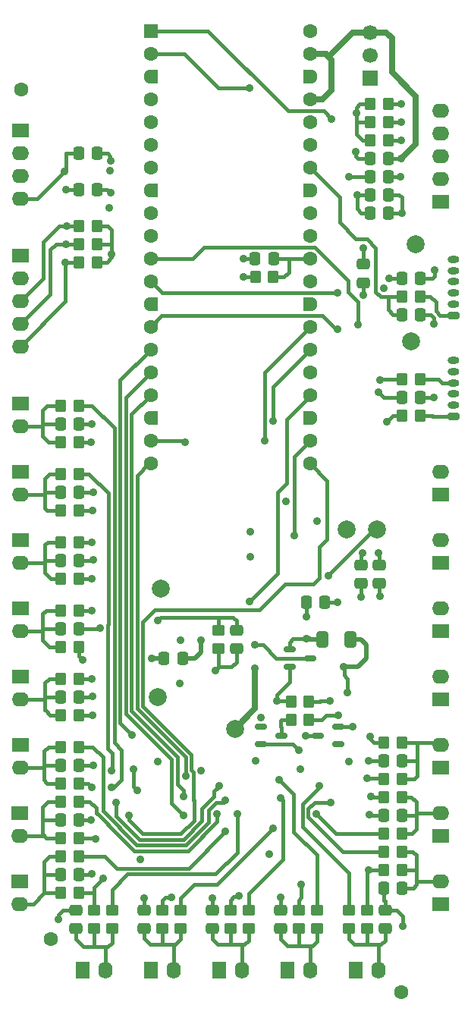
<source format=gbl>
%TF.GenerationSoftware,KiCad,Pcbnew,9.0.6-9.0.6~ubuntu24.04.1*%
%TF.CreationDate,2025-12-29T18:44:34-08:00*%
%TF.ProjectId,Pico-ButtonBoard-v1,5069636f-2d42-4757-9474-6f6e426f6172,1*%
%TF.SameCoordinates,Original*%
%TF.FileFunction,Copper,L4,Bot*%
%TF.FilePolarity,Positive*%
%FSLAX46Y46*%
G04 Gerber Fmt 4.6, Leading zero omitted, Abs format (unit mm)*
G04 Created by KiCad (PCBNEW 9.0.6-9.0.6~ubuntu24.04.1) date 2025-12-29 18:44:34*
%MOMM*%
%LPD*%
G01*
G04 APERTURE LIST*
G04 Aperture macros list*
%AMRoundRect*
0 Rectangle with rounded corners*
0 $1 Rounding radius*
0 $2 $3 $4 $5 $6 $7 $8 $9 X,Y pos of 4 corners*
0 Add a 4 corners polygon primitive as box body*
4,1,4,$2,$3,$4,$5,$6,$7,$8,$9,$2,$3,0*
0 Add four circle primitives for the rounded corners*
1,1,$1+$1,$2,$3*
1,1,$1+$1,$4,$5*
1,1,$1+$1,$6,$7*
1,1,$1+$1,$8,$9*
0 Add four rect primitives between the rounded corners*
20,1,$1+$1,$2,$3,$4,$5,0*
20,1,$1+$1,$4,$5,$6,$7,0*
20,1,$1+$1,$6,$7,$8,$9,0*
20,1,$1+$1,$8,$9,$2,$3,0*%
%AMFreePoly0*
4,1,37,0.603843,0.796157,0.639018,0.796157,0.711114,0.766294,0.766294,0.711114,0.796157,0.639018,0.796157,0.603843,0.800000,0.600000,0.800000,-0.600000,0.796157,-0.603843,0.796157,-0.639018,0.766294,-0.711114,0.711114,-0.766294,0.639018,-0.796157,0.603843,-0.796157,0.600000,-0.800000,0.000000,-0.800000,0.000000,-0.796148,-0.078414,-0.796148,-0.232228,-0.765552,-0.377117,-0.705537,
-0.507515,-0.618408,-0.618408,-0.507515,-0.705537,-0.377117,-0.765552,-0.232228,-0.796148,-0.078414,-0.796148,0.078414,-0.765552,0.232228,-0.705537,0.377117,-0.618408,0.507515,-0.507515,0.618408,-0.377117,0.705537,-0.232228,0.765552,-0.078414,0.796148,0.000000,0.796148,0.000000,0.800000,0.600000,0.800000,0.603843,0.796157,0.603843,0.796157,$1*%
%AMFreePoly1*
4,1,37,0.000000,0.796148,0.078414,0.796148,0.232228,0.765552,0.377117,0.705537,0.507515,0.618408,0.618408,0.507515,0.705537,0.377117,0.765552,0.232228,0.796148,0.078414,0.796148,-0.078414,0.765552,-0.232228,0.705537,-0.377117,0.618408,-0.507515,0.507515,-0.618408,0.377117,-0.705537,0.232228,-0.765552,0.078414,-0.796148,0.000000,-0.796148,0.000000,-0.800000,-0.600000,-0.800000,
-0.603843,-0.796157,-0.639018,-0.796157,-0.711114,-0.766294,-0.766294,-0.711114,-0.796157,-0.639018,-0.796157,-0.603843,-0.800000,-0.600000,-0.800000,0.600000,-0.796157,0.603843,-0.796157,0.639018,-0.766294,0.711114,-0.711114,0.766294,-0.639018,0.796157,-0.603843,0.796157,-0.600000,0.800000,0.000000,0.800000,0.000000,0.796148,0.000000,0.796148,$1*%
G04 Aperture macros list end*
%TA.AperFunction,ComponentPad*%
%ADD10R,1.600200X1.905000*%
%TD*%
%TA.AperFunction,ComponentPad*%
%ADD11O,1.600200X1.905000*%
%TD*%
%TA.AperFunction,ComponentPad*%
%ADD12R,1.905000X1.600200*%
%TD*%
%TA.AperFunction,ComponentPad*%
%ADD13O,1.905000X1.600200*%
%TD*%
%TA.AperFunction,ComponentPad*%
%ADD14C,2.000000*%
%TD*%
%TA.AperFunction,ComponentPad*%
%ADD15RoundRect,0.200000X-0.600000X-0.600000X0.600000X-0.600000X0.600000X0.600000X-0.600000X0.600000X0*%
%TD*%
%TA.AperFunction,ComponentPad*%
%ADD16C,1.600000*%
%TD*%
%TA.AperFunction,ComponentPad*%
%ADD17FreePoly0,0.000000*%
%TD*%
%TA.AperFunction,ComponentPad*%
%ADD18FreePoly1,0.000000*%
%TD*%
%TA.AperFunction,ComponentPad*%
%ADD19R,1.700000X1.700000*%
%TD*%
%TA.AperFunction,ComponentPad*%
%ADD20C,1.700000*%
%TD*%
%TA.AperFunction,ComponentPad*%
%ADD21RoundRect,0.200000X0.450000X-0.200000X0.450000X0.200000X-0.450000X0.200000X-0.450000X-0.200000X0*%
%TD*%
%TA.AperFunction,ComponentPad*%
%ADD22O,1.300000X0.800000*%
%TD*%
%TA.AperFunction,SMDPad,CuDef*%
%ADD23RoundRect,0.250000X-0.350000X-0.450000X0.350000X-0.450000X0.350000X0.450000X-0.350000X0.450000X0*%
%TD*%
%TA.AperFunction,SMDPad,CuDef*%
%ADD24RoundRect,0.250000X-0.337500X-0.475000X0.337500X-0.475000X0.337500X0.475000X-0.337500X0.475000X0*%
%TD*%
%TA.AperFunction,SMDPad,CuDef*%
%ADD25RoundRect,0.250000X0.475000X-0.337500X0.475000X0.337500X-0.475000X0.337500X-0.475000X-0.337500X0*%
%TD*%
%TA.AperFunction,SMDPad,CuDef*%
%ADD26RoundRect,0.150000X-0.512500X-0.150000X0.512500X-0.150000X0.512500X0.150000X-0.512500X0.150000X0*%
%TD*%
%TA.AperFunction,SMDPad,CuDef*%
%ADD27RoundRect,0.250000X0.350000X0.450000X-0.350000X0.450000X-0.350000X-0.450000X0.350000X-0.450000X0*%
%TD*%
%TA.AperFunction,SMDPad,CuDef*%
%ADD28RoundRect,0.250000X0.337500X0.475000X-0.337500X0.475000X-0.337500X-0.475000X0.337500X-0.475000X0*%
%TD*%
%TA.AperFunction,SMDPad,CuDef*%
%ADD29RoundRect,0.250000X-0.450000X0.350000X-0.450000X-0.350000X0.450000X-0.350000X0.450000X0.350000X0*%
%TD*%
%TA.AperFunction,SMDPad,CuDef*%
%ADD30RoundRect,0.150000X0.512500X0.150000X-0.512500X0.150000X-0.512500X-0.150000X0.512500X-0.150000X0*%
%TD*%
%TA.AperFunction,SMDPad,CuDef*%
%ADD31RoundRect,0.250000X-0.475000X0.337500X-0.475000X-0.337500X0.475000X-0.337500X0.475000X0.337500X0*%
%TD*%
%TA.AperFunction,SMDPad,CuDef*%
%ADD32RoundRect,0.250000X0.450000X-0.350000X0.450000X0.350000X-0.450000X0.350000X-0.450000X-0.350000X0*%
%TD*%
%TA.AperFunction,SMDPad,CuDef*%
%ADD33C,1.600000*%
%TD*%
%TA.AperFunction,SMDPad,CuDef*%
%ADD34RoundRect,0.250000X0.412500X0.650000X-0.412500X0.650000X-0.412500X-0.650000X0.412500X-0.650000X0*%
%TD*%
%TA.AperFunction,ViaPad*%
%ADD35C,0.889000*%
%TD*%
%TA.AperFunction,Conductor*%
%ADD36C,0.381000*%
%TD*%
%TA.AperFunction,Conductor*%
%ADD37C,0.508000*%
%TD*%
%TA.AperFunction,Conductor*%
%ADD38C,0.635000*%
%TD*%
G04 APERTURE END LIST*
D10*
%TO.P,J14,1,Pin_1*%
%TO.N,GND*%
X210185000Y-176530000D03*
D11*
%TO.P,J14,2,Pin_2*%
%TO.N,Net-(D14-K)*%
X212725000Y-176530000D03*
%TD*%
D12*
%TO.P,J20,1,Pin_1*%
%TO.N,GND*%
X227330000Y-138667820D03*
D13*
%TO.P,J20,2,Pin_2*%
%TO.N,/Power Supply/+V_BAT*%
X227330000Y-136127820D03*
%TD*%
D14*
%TO.P,TP1,1,1*%
%TO.N,/Power Supply/V_PS*%
X195707000Y-146050000D03*
%TD*%
%TO.P,TP4,1,1*%
%TO.N,/CANTX*%
X216789000Y-127381000D03*
%TD*%
D12*
%TO.P,J6,1,Pin_1*%
%TO.N,GND*%
X180411590Y-136138311D03*
D13*
%TO.P,J6,2,Pin_2*%
%TO.N,Net-(D4-K)*%
X180411590Y-138678311D03*
%TD*%
D15*
%TO.P,A1,1,GPIO0*%
%TO.N,/ENC0_A*%
X194945000Y-71755000D03*
D16*
%TO.P,A1,2,GPIO1*%
%TO.N,/ENC0_B*%
X194945000Y-74295000D03*
D17*
%TO.P,A1,3,GND*%
%TO.N,GND*%
X194945000Y-76835000D03*
D16*
%TO.P,A1,4,GPIO2*%
%TO.N,/ID0*%
X194945000Y-79375000D03*
%TO.P,A1,5,GPIO3*%
%TO.N,/ID1*%
X194945000Y-81915000D03*
%TO.P,A1,6,GPIO4*%
%TO.N,/ENC0_PWM*%
X194945000Y-84455000D03*
%TO.P,A1,7,GPIO5*%
%TO.N,/ENC1_A*%
X194945000Y-86995000D03*
D17*
%TO.P,A1,8,GND*%
%TO.N,GND*%
X194945000Y-89535000D03*
D16*
%TO.P,A1,9,GPIO6*%
%TO.N,/ENC1_B*%
X194945000Y-92075000D03*
%TO.P,A1,10,GPIO7*%
%TO.N,/ENC1_PWM*%
X194945000Y-94615000D03*
%TO.P,A1,11,SPI1_RX*%
%TO.N,/SPI1_MISO*%
X194945000Y-97155000D03*
%TO.P,A1,12,~{SPI1_CSn}*%
%TO.N,/~{ADC_CS}*%
X194945000Y-99695000D03*
D17*
%TO.P,A1,13,GND*%
%TO.N,GND*%
X194945000Y-102235000D03*
D16*
%TO.P,A1,14,SPI1_SCK*%
%TO.N,/SPI1_SCK*%
X194945000Y-104775000D03*
%TO.P,A1,15,GPIO11*%
%TO.N,/BUTTON_DB*%
X194945000Y-107315000D03*
%TO.P,A1,16,GPIO12*%
%TO.N,/BUTTON_S0*%
X194945000Y-109855000D03*
%TO.P,A1,17,GPIO13*%
%TO.N,/BUTTON_S1*%
X194945000Y-112395000D03*
D17*
%TO.P,A1,18,GND*%
%TO.N,GND*%
X194945000Y-114935000D03*
D16*
%TO.P,A1,19,GPIO14*%
%TO.N,/~{CAN_TX_IRQ}*%
X194945000Y-117475000D03*
%TO.P,A1,20,GPIO15*%
%TO.N,/BUTTON_S2*%
X194945000Y-120015000D03*
%TO.P,A1,21,GPIO16*%
%TO.N,/BUTTON_DA*%
X212725000Y-120015000D03*
%TO.P,A1,22,GPIO17*%
%TO.N,/~{CAN_IRQ}*%
X212725000Y-117475000D03*
D18*
%TO.P,A1,23,GND*%
%TO.N,GND*%
X212725000Y-114935000D03*
D16*
%TO.P,A1,24,GPIO18*%
%TO.N,/~{CAN_RX_IRQ}*%
X212725000Y-112395000D03*
%TO.P,A1,25,SPI0_TX*%
%TO.N,/SPI0_MOSI*%
X212725000Y-109855000D03*
%TO.P,A1,26,SPI0_RX*%
%TO.N,/SPI0_MISO*%
X212725000Y-107315000D03*
%TO.P,A1,27,~{SPI0_CSn}*%
%TO.N,/~{SPI0_CS}*%
X212725000Y-104775000D03*
D18*
%TO.P,A1,28,GND*%
%TO.N,GND*%
X212725000Y-102235000D03*
D16*
%TO.P,A1,29,SPI0_SCK*%
%TO.N,/SPI0_SCK*%
X212725000Y-99695000D03*
%TO.P,A1,30,~{RESET}*%
%TO.N,Net-(A1-RUN)*%
X212725000Y-97155000D03*
%TO.P,A1,31,ADC0*%
%TO.N,/X0_ADC*%
X212725000Y-94615000D03*
%TO.P,A1,32,ADC1*%
%TO.N,/Y0_ADC*%
X212725000Y-92075000D03*
D18*
%TO.P,A1,33,AGND*%
%TO.N,GND*%
X212725000Y-89535000D03*
D16*
%TO.P,A1,34,ADC2*%
%TO.N,/X1_ADC*%
X212725000Y-86995000D03*
%TO.P,A1,35,ADC_VREF*%
%TO.N,+3V3A*%
X212725000Y-84455000D03*
%TO.P,A1,36,3V3*%
%TO.N,+3V3*%
X212725000Y-81915000D03*
%TO.P,A1,37,3V3_EN*%
%TO.N,+5V*%
X212725000Y-79375000D03*
D18*
%TO.P,A1,38,GND*%
%TO.N,GND*%
X212725000Y-76835000D03*
D16*
%TO.P,A1,39,VSYS*%
%TO.N,+5V*%
X212725000Y-74295000D03*
%TO.P,A1,40,VBUS*%
%TO.N,unconnected-(A1-VBUS-Pad40)*%
X212725000Y-71755000D03*
%TD*%
D14*
%TO.P,TP7,1,1*%
%TO.N,+3V3A*%
X224536000Y-95504000D03*
%TD*%
D12*
%TO.P,J8,1,Pin_1*%
%TO.N,GND*%
X180411590Y-151378311D03*
D13*
%TO.P,J8,2,Pin_2*%
%TO.N,Net-(D6-K)*%
X180411590Y-153918311D03*
%TD*%
D19*
%TO.P,J16,1,Pin_1*%
%TO.N,+3V3*%
X219456000Y-76962000D03*
D20*
%TO.P,J16,2,Pin_2*%
%TO.N,/Encoder Inputs/ENC_VCC*%
X219456000Y-74422000D03*
%TO.P,J16,3,Pin_3*%
%TO.N,+5V*%
X219456000Y-71882000D03*
%TD*%
D12*
%TO.P,J3,1,Pin_1*%
%TO.N,GND*%
X180411590Y-113278311D03*
D13*
%TO.P,J3,2,Pin_2*%
%TO.N,Net-(D1-K)*%
X180411590Y-115818311D03*
%TD*%
D12*
%TO.P,J7,1,Pin_1*%
%TO.N,GND*%
X180411590Y-143758311D03*
D13*
%TO.P,J7,2,Pin_2*%
%TO.N,Net-(D5-K)*%
X180411590Y-146298311D03*
%TD*%
D12*
%TO.P,J22,1,Pin_1*%
%TO.N,GND*%
X227330000Y-153907820D03*
D13*
%TO.P,J22,2,Pin_2*%
%TO.N,Net-(D19-K)*%
X227330000Y-151367820D03*
%TD*%
D14*
%TO.P,TP2,1,1*%
%TO.N,Net-(D10-A)*%
X196088000Y-133985000D03*
%TD*%
D21*
%TO.P,J26,1,Pin_1*%
%TO.N,Net-(J26-Pin_1)*%
X228801000Y-114748000D03*
D22*
%TO.P,J26,2,Pin_2*%
%TO.N,+3V3A*%
X228801000Y-113498000D03*
%TO.P,J26,3,Pin_3*%
%TO.N,GND*%
X228801000Y-112248000D03*
%TO.P,J26,4,Pin_4*%
%TO.N,Net-(J26-Pin_4)*%
X228801000Y-110998000D03*
%TO.P,J26,5,Pin_5*%
%TO.N,+3V3A*%
X228801000Y-109748000D03*
%TO.P,J26,6,Pin_6*%
%TO.N,GND*%
X228801000Y-108498000D03*
%TD*%
D12*
%TO.P,J21,1,Pin_1*%
%TO.N,GND*%
X227330000Y-146287820D03*
D13*
%TO.P,J21,2,Pin_2*%
%TO.N,/Power Supply/+V_DC*%
X227330000Y-143747820D03*
%TD*%
D10*
%TO.P,J12,1,Pin_1*%
%TO.N,GND*%
X194945000Y-176530000D03*
D11*
%TO.P,J12,2,Pin_2*%
%TO.N,Net-(D11-K)*%
X197485000Y-176530000D03*
%TD*%
D14*
%TO.P,TP5,1,1*%
%TO.N,/CANRX*%
X220218000Y-127381000D03*
%TD*%
D10*
%TO.P,J11,1,Pin_1*%
%TO.N,GND*%
X187325000Y-176530000D03*
D11*
%TO.P,J11,2,Pin_2*%
%TO.N,Net-(D9-K)*%
X189865000Y-176530000D03*
%TD*%
D14*
%TO.P,TP6,1,1*%
%TO.N,GND*%
X224028000Y-106349800D03*
%TD*%
D12*
%TO.P,J23,1,Pin_1*%
%TO.N,GND*%
X227330000Y-161527820D03*
D13*
%TO.P,J23,2,Pin_2*%
%TO.N,Net-(D20-K)*%
X227330000Y-158987820D03*
%TD*%
D12*
%TO.P,J18,1,Pin_1*%
%TO.N,/CAN_L*%
X227330000Y-123427820D03*
D13*
%TO.P,J18,2,Pin_2*%
%TO.N,/CAN_H*%
X227330000Y-120887820D03*
%TD*%
D12*
%TO.P,J5,1,Pin_1*%
%TO.N,GND*%
X180411590Y-128518311D03*
D13*
%TO.P,J5,2,Pin_2*%
%TO.N,Net-(D3-K)*%
X180411590Y-131058311D03*
%TD*%
D10*
%TO.P,J13,1,Pin_1*%
%TO.N,GND*%
X202565000Y-176530000D03*
D11*
%TO.P,J13,2,Pin_2*%
%TO.N,Net-(D12-K)*%
X205105000Y-176530000D03*
%TD*%
D21*
%TO.P,J25,1,Pin_1*%
%TO.N,Net-(J25-Pin_1)*%
X228801000Y-103455000D03*
D22*
%TO.P,J25,2,Pin_2*%
%TO.N,+3V3A*%
X228801000Y-102205000D03*
%TO.P,J25,3,Pin_3*%
%TO.N,GND*%
X228801000Y-100955000D03*
%TO.P,J25,4,Pin_4*%
%TO.N,Net-(J25-Pin_4)*%
X228801000Y-99705000D03*
%TO.P,J25,5,Pin_5*%
%TO.N,+3V3A*%
X228801000Y-98455000D03*
%TO.P,J25,6,Pin_6*%
%TO.N,GND*%
X228801000Y-97205000D03*
%TD*%
D12*
%TO.P,J4,1,Pin_1*%
%TO.N,GND*%
X180411590Y-120898311D03*
D13*
%TO.P,J4,2,Pin_2*%
%TO.N,Net-(D2-K)*%
X180411590Y-123438311D03*
%TD*%
D12*
%TO.P,J10,1,Pin_1*%
%TO.N,GND*%
X180340000Y-166607820D03*
D13*
%TO.P,J10,2,Pin_2*%
%TO.N,Net-(D8-K)*%
X180340000Y-169147820D03*
%TD*%
D12*
%TO.P,J2,1,Pin_1*%
%TO.N,GND*%
X180411590Y-96768311D03*
D13*
%TO.P,J2,2,Pin_2*%
%TO.N,/Encoder Inputs/ENC_VCC*%
X180411590Y-99308311D03*
%TO.P,J2,3,Pin_3*%
%TO.N,Net-(J2-Pin_3)*%
X180411590Y-101848311D03*
%TO.P,J2,4,Pin_4*%
%TO.N,Net-(J2-Pin_4)*%
X180411590Y-104388311D03*
%TO.P,J2,5,Pin_5*%
%TO.N,Net-(J2-Pin_5)*%
X180411590Y-106928311D03*
%TD*%
D10*
%TO.P,J15,1,Pin_1*%
%TO.N,GND*%
X217805000Y-176530000D03*
D11*
%TO.P,J15,2,Pin_2*%
%TO.N,Net-(D15-K)*%
X220345000Y-176530000D03*
%TD*%
D12*
%TO.P,J19,1,Pin_1*%
%TO.N,/CAN_L*%
X227330000Y-131047820D03*
D13*
%TO.P,J19,2,Pin_2*%
%TO.N,/CAN_H*%
X227330000Y-128507820D03*
%TD*%
D12*
%TO.P,J9,1,Pin_1*%
%TO.N,GND*%
X180340000Y-158987820D03*
D13*
%TO.P,J9,2,Pin_2*%
%TO.N,Net-(D7-K)*%
X180340000Y-161527820D03*
%TD*%
D12*
%TO.P,J1,1,Pin_1*%
%TO.N,GND*%
X180411590Y-82798311D03*
D13*
%TO.P,J1,2,Pin_2*%
%TO.N,Net-(J1-Pin_2)*%
X180411590Y-85338311D03*
%TO.P,J1,3,Pin_3*%
%TO.N,GND*%
X180411590Y-87878311D03*
%TO.P,J1,4,Pin_4*%
%TO.N,Net-(J1-Pin_4)*%
X180411590Y-90418311D03*
%TD*%
D14*
%TO.P,TP3,1,1*%
%TO.N,Net-(D16-K)*%
X204343000Y-149606000D03*
%TD*%
D12*
%TO.P,J17,1,Pin_1*%
%TO.N,GND*%
X227330000Y-90805000D03*
D13*
%TO.P,J17,2,Pin_2*%
%TO.N,/Encoder Inputs/ENC_VCC*%
X227330000Y-88265000D03*
%TO.P,J17,3,Pin_3*%
%TO.N,Net-(J17-Pin_3)*%
X227330000Y-85725000D03*
%TO.P,J17,4,Pin_4*%
%TO.N,Net-(J17-Pin_4)*%
X227330000Y-83185000D03*
%TO.P,J17,5,Pin_5*%
%TO.N,Net-(J17-Pin_5)*%
X227330000Y-80645000D03*
%TD*%
D12*
%TO.P,J24,1,Pin_1*%
%TO.N,GND*%
X227330000Y-169147820D03*
D13*
%TO.P,J24,2,Pin_2*%
%TO.N,Net-(D21-K)*%
X227330000Y-166607820D03*
%TD*%
D23*
%TO.P,R55,1*%
%TO.N,+3V3*%
X206645000Y-99187000D03*
%TO.P,R55,2*%
%TO.N,Net-(A1-RUN)*%
X208645000Y-99187000D03*
%TD*%
%TO.P,R68,1*%
%TO.N,Net-(D2-K)*%
X184928000Y-121158000D03*
%TO.P,R68,2*%
%TO.N,Net-(U1-I1)*%
X186928000Y-121158000D03*
%TD*%
D24*
%TO.P,C34,1*%
%TO.N,Net-(D2-K)*%
X184890500Y-123190000D03*
%TO.P,C34,2*%
%TO.N,GND*%
X186965500Y-123190000D03*
%TD*%
D25*
%TO.P,C14,1*%
%TO.N,Net-(D15-K)*%
X221107000Y-171913500D03*
%TO.P,C14,2*%
%TO.N,GND*%
X221107000Y-169838500D03*
%TD*%
D26*
%TO.P,Q2,1,G*%
%TO.N,Net-(D22-K)*%
X210469500Y-142682000D03*
%TO.P,Q2,2,S*%
%TO.N,GND*%
X210469500Y-140782000D03*
%TO.P,Q2,3,D*%
%TO.N,Net-(Q2-D)*%
X212744500Y-141732000D03*
%TD*%
D27*
%TO.P,R67,1*%
%TO.N,+3V3*%
X186928000Y-117602000D03*
%TO.P,R67,2*%
%TO.N,Net-(D1-K)*%
X184928000Y-117602000D03*
%TD*%
%TO.P,R64,1*%
%TO.N,GND*%
X188960000Y-95504000D03*
%TO.P,R64,2*%
%TO.N,Net-(J2-Pin_4)*%
X186960000Y-95504000D03*
%TD*%
%TO.P,R63,1*%
%TO.N,GND*%
X188960000Y-93472000D03*
%TO.P,R63,2*%
%TO.N,Net-(J2-Pin_3)*%
X186960000Y-93472000D03*
%TD*%
D24*
%TO.P,C10,1*%
%TO.N,/X0_ADC*%
X222990500Y-112649000D03*
%TO.P,C10,2*%
%TO.N,GND*%
X225065500Y-112649000D03*
%TD*%
D28*
%TO.P,C11,1*%
%TO.N,Net-(D19-K)*%
X223033500Y-153162000D03*
%TO.P,C11,2*%
%TO.N,GND*%
X220958500Y-153162000D03*
%TD*%
D23*
%TO.P,R76,1*%
%TO.N,Net-(D6-K)*%
X184928000Y-151638000D03*
%TO.P,R76,2*%
%TO.N,Net-(U1-I5)*%
X186928000Y-151638000D03*
%TD*%
D25*
%TO.P,C20,1*%
%TO.N,+3V3A*%
X218694000Y-99843500D03*
%TO.P,C20,2*%
%TO.N,GND*%
X218694000Y-97768500D03*
%TD*%
%TO.P,C27,1*%
%TO.N,Net-(D12-K)*%
X201803000Y-171913500D03*
%TO.P,C27,2*%
%TO.N,GND*%
X201803000Y-169838500D03*
%TD*%
D24*
%TO.P,C18,1*%
%TO.N,+3V3A*%
X219434500Y-92075000D03*
%TO.P,C18,2*%
%TO.N,GND*%
X221509500Y-92075000D03*
%TD*%
D29*
%TO.P,R60,1*%
%TO.N,+3V3*%
X196215000Y-169876000D03*
%TO.P,R60,2*%
%TO.N,Net-(D11-K)*%
X196215000Y-171876000D03*
%TD*%
D27*
%TO.P,R52,1*%
%TO.N,GND*%
X212607000Y-146558000D03*
%TO.P,R52,2*%
%TO.N,Net-(D22-K)*%
X210607000Y-146558000D03*
%TD*%
D26*
%TO.P,D23,1,A*%
%TO.N,Net-(D13-K)*%
X207269500Y-151318000D03*
%TO.P,D23,2*%
%TO.N,N/C*%
X207269500Y-149418000D03*
%TO.P,D23,3,K*%
%TO.N,Net-(D23-K)*%
X209544500Y-150368000D03*
%TD*%
D24*
%TO.P,C9,1*%
%TO.N,/X1_ADC*%
X222990500Y-103378000D03*
%TO.P,C9,2*%
%TO.N,GND*%
X225065500Y-103378000D03*
%TD*%
D30*
%TO.P,D22,1,A*%
%TO.N,GND*%
X215894500Y-149418000D03*
%TO.P,D22,2*%
%TO.N,N/C*%
X215894500Y-151318000D03*
%TO.P,D22,3,K*%
%TO.N,Net-(D22-K)*%
X213619500Y-150368000D03*
%TD*%
D28*
%TO.P,C28,1*%
%TO.N,Net-(U2-BOOT)*%
X198522500Y-141732000D03*
%TO.P,C28,2*%
%TO.N,Net-(U2-SW)*%
X196447500Y-141732000D03*
%TD*%
D31*
%TO.P,C26,1*%
%TO.N,Net-(D10-A)*%
X204520800Y-138611700D03*
%TO.P,C26,2*%
%TO.N,Net-(U2-FB)*%
X204520800Y-140686700D03*
%TD*%
D27*
%TO.P,R77,1*%
%TO.N,+3V3*%
X186928000Y-155702000D03*
%TO.P,R77,2*%
%TO.N,Net-(D6-K)*%
X184928000Y-155702000D03*
%TD*%
D24*
%TO.P,C17,1*%
%TO.N,+3V3A*%
X219434500Y-90043000D03*
%TO.P,C17,2*%
%TO.N,GND*%
X221509500Y-90043000D03*
%TD*%
D29*
%TO.P,R58,1*%
%TO.N,Net-(D10-A)*%
X202488800Y-138649200D03*
%TO.P,R58,2*%
%TO.N,Net-(U2-FB)*%
X202488800Y-140649200D03*
%TD*%
D28*
%TO.P,C23,1*%
%TO.N,+3V3*%
X214397500Y-135487500D03*
%TO.P,C23,2*%
%TO.N,GND*%
X212322500Y-135487500D03*
%TD*%
D23*
%TO.P,R66,1*%
%TO.N,Net-(D1-K)*%
X184928000Y-113538000D03*
%TO.P,R66,2*%
%TO.N,Net-(U1-I0)*%
X186928000Y-113538000D03*
%TD*%
D24*
%TO.P,C33,1*%
%TO.N,Net-(D1-K)*%
X184890500Y-115570000D03*
%TO.P,C33,2*%
%TO.N,GND*%
X186965500Y-115570000D03*
%TD*%
D32*
%TO.P,R51,1*%
%TO.N,Net-(D14-K)*%
X213487000Y-171876000D03*
%TO.P,R51,2*%
%TO.N,Net-(U3-I3)*%
X213487000Y-169876000D03*
%TD*%
D29*
%TO.P,R62,1*%
%TO.N,+3V3*%
X188595000Y-169876000D03*
%TO.P,R62,2*%
%TO.N,Net-(D9-K)*%
X188595000Y-171876000D03*
%TD*%
D23*
%TO.P,R70,1*%
%TO.N,Net-(D3-K)*%
X184928000Y-128778000D03*
%TO.P,R70,2*%
%TO.N,Net-(U1-I2)*%
X186928000Y-128778000D03*
%TD*%
D24*
%TO.P,C40,1*%
%TO.N,Net-(D8-K)*%
X184890500Y-165862000D03*
%TO.P,C40,2*%
%TO.N,GND*%
X186965500Y-165862000D03*
%TD*%
D32*
%TO.P,R59,1*%
%TO.N,Net-(D11-K)*%
X198247000Y-171876000D03*
%TO.P,R59,2*%
%TO.N,Net-(U3-I1)*%
X198247000Y-169876000D03*
%TD*%
D23*
%TO.P,R78,1*%
%TO.N,Net-(D7-K)*%
X184928000Y-157734000D03*
%TO.P,R78,2*%
%TO.N,Net-(U1-I6)*%
X186928000Y-157734000D03*
%TD*%
D27*
%TO.P,R81,1*%
%TO.N,+3V3*%
X186928000Y-167894000D03*
%TO.P,R81,2*%
%TO.N,Net-(D8-K)*%
X184928000Y-167894000D03*
%TD*%
%TO.P,R65,1*%
%TO.N,GND*%
X188960000Y-97536000D03*
%TO.P,R65,2*%
%TO.N,Net-(J2-Pin_5)*%
X186960000Y-97536000D03*
%TD*%
%TO.P,R69,1*%
%TO.N,+3V3*%
X186928000Y-125222000D03*
%TO.P,R69,2*%
%TO.N,Net-(D2-K)*%
X184928000Y-125222000D03*
%TD*%
%TO.P,R41,1*%
%TO.N,Net-(D19-K)*%
X222996000Y-155194000D03*
%TO.P,R41,2*%
%TO.N,Net-(U3-I7)*%
X220996000Y-155194000D03*
%TD*%
D25*
%TO.P,C29,1*%
%TO.N,Net-(D11-K)*%
X194183000Y-171913500D03*
%TO.P,C29,2*%
%TO.N,GND*%
X194183000Y-169838500D03*
%TD*%
D33*
%TO.P,FID5,*%
%TO.N,*%
X183845200Y-173050200D03*
%TD*%
D24*
%TO.P,C39,1*%
%TO.N,Net-(D7-K)*%
X184890500Y-159766000D03*
%TO.P,C39,2*%
%TO.N,GND*%
X186965500Y-159766000D03*
%TD*%
D27*
%TO.P,R44,1*%
%TO.N,Net-(D21-K)*%
X222996000Y-163322000D03*
%TO.P,R44,2*%
%TO.N,Net-(U3-I5)*%
X220996000Y-163322000D03*
%TD*%
%TO.P,R43,1*%
%TO.N,Net-(D20-K)*%
X222996000Y-161290000D03*
%TO.P,R43,2*%
%TO.N,Net-(U3-I6)*%
X220996000Y-161290000D03*
%TD*%
D23*
%TO.P,R74,1*%
%TO.N,Net-(D5-K)*%
X184928000Y-144018000D03*
%TO.P,R74,2*%
%TO.N,Net-(U1-I4)*%
X186928000Y-144018000D03*
%TD*%
D27*
%TO.P,R71,1*%
%TO.N,+3V3*%
X186928000Y-132842000D03*
%TO.P,R71,2*%
%TO.N,Net-(D3-K)*%
X184928000Y-132842000D03*
%TD*%
D23*
%TO.P,R46,1*%
%TO.N,GND*%
X219472000Y-79883000D03*
%TO.P,R46,2*%
%TO.N,Net-(J17-Pin_5)*%
X221472000Y-79883000D03*
%TD*%
D28*
%TO.P,C25,1*%
%TO.N,Net-(A1-RUN)*%
X208682500Y-97155000D03*
%TO.P,C25,2*%
%TO.N,GND*%
X206607500Y-97155000D03*
%TD*%
D24*
%TO.P,C16,1*%
%TO.N,Net-(U9-VI)*%
X219434500Y-88011000D03*
%TO.P,C16,2*%
%TO.N,GND*%
X221509500Y-88011000D03*
%TD*%
D23*
%TO.P,R72,1*%
%TO.N,Net-(D4-K)*%
X184928000Y-136398000D03*
%TO.P,R72,2*%
%TO.N,Net-(U1-I3)*%
X186928000Y-136398000D03*
%TD*%
D24*
%TO.P,C31,1*%
%TO.N,Net-(J1-Pin_2)*%
X186922500Y-89408000D03*
%TO.P,C31,2*%
%TO.N,GND*%
X188997500Y-89408000D03*
%TD*%
D23*
%TO.P,R40,1*%
%TO.N,+3V3*%
X220996000Y-151130000D03*
%TO.P,R40,2*%
%TO.N,Net-(D19-K)*%
X222996000Y-151130000D03*
%TD*%
D32*
%TO.P,R56,1*%
%TO.N,Net-(D12-K)*%
X205867000Y-171876000D03*
%TO.P,R56,2*%
%TO.N,Net-(U3-I2)*%
X205867000Y-169876000D03*
%TD*%
%TO.P,R50,1*%
%TO.N,Net-(D15-K)*%
X217043000Y-171876000D03*
%TO.P,R50,2*%
%TO.N,Net-(U3-I4)*%
X217043000Y-169876000D03*
%TD*%
D28*
%TO.P,C15,1*%
%TO.N,+5V*%
X221509500Y-85979000D03*
%TO.P,C15,2*%
%TO.N,GND*%
X219434500Y-85979000D03*
%TD*%
D34*
%TO.P,C22,1*%
%TO.N,Net-(D16-K)*%
X217259300Y-139623800D03*
%TO.P,C22,2*%
%TO.N,GND*%
X214134300Y-139623800D03*
%TD*%
D29*
%TO.P,R49,1*%
%TO.N,+3V3*%
X219075000Y-169876000D03*
%TO.P,R49,2*%
%TO.N,Net-(D15-K)*%
X219075000Y-171876000D03*
%TD*%
D33*
%TO.P,FID4,*%
%TO.N,*%
X222910400Y-179044600D03*
%TD*%
D23*
%TO.P,R38,1*%
%TO.N,GND*%
X223028000Y-110617000D03*
%TO.P,R38,2*%
%TO.N,Net-(J26-Pin_4)*%
X225028000Y-110617000D03*
%TD*%
D33*
%TO.P,FID6,*%
%TO.N,*%
X180467000Y-78232000D03*
%TD*%
D23*
%TO.P,R45,1*%
%TO.N,+3V3*%
X220996000Y-165354000D03*
%TO.P,R45,2*%
%TO.N,Net-(D21-K)*%
X222996000Y-165354000D03*
%TD*%
D24*
%TO.P,C36,1*%
%TO.N,Net-(D4-K)*%
X184890500Y-138430000D03*
%TO.P,C36,2*%
%TO.N,GND*%
X186965500Y-138430000D03*
%TD*%
D23*
%TO.P,R48,1*%
%TO.N,GND*%
X219472000Y-83947000D03*
%TO.P,R48,2*%
%TO.N,Net-(J17-Pin_3)*%
X221472000Y-83947000D03*
%TD*%
D25*
%TO.P,C24,1*%
%TO.N,Net-(D14-K)*%
X209423000Y-171913500D03*
%TO.P,C24,2*%
%TO.N,GND*%
X209423000Y-169838500D03*
%TD*%
D27*
%TO.P,R79,1*%
%TO.N,+3V3*%
X186928000Y-161798000D03*
%TO.P,R79,2*%
%TO.N,Net-(D7-K)*%
X184928000Y-161798000D03*
%TD*%
D24*
%TO.P,C37,1*%
%TO.N,Net-(D5-K)*%
X184890500Y-146050000D03*
%TO.P,C37,2*%
%TO.N,GND*%
X186965500Y-146050000D03*
%TD*%
D27*
%TO.P,R73,1*%
%TO.N,+3V3*%
X186928000Y-140462000D03*
%TO.P,R73,2*%
%TO.N,Net-(D4-K)*%
X184928000Y-140462000D03*
%TD*%
D32*
%TO.P,R61,1*%
%TO.N,Net-(D9-K)*%
X190627000Y-171876000D03*
%TO.P,R61,2*%
%TO.N,Net-(U3-I0)*%
X190627000Y-169876000D03*
%TD*%
D25*
%TO.P,C19,1*%
%TO.N,+3V3*%
X220472000Y-133400800D03*
%TO.P,C19,2*%
%TO.N,GND*%
X220472000Y-131325800D03*
%TD*%
D24*
%TO.P,C30,1*%
%TO.N,Net-(J1-Pin_4)*%
X186922500Y-85344000D03*
%TO.P,C30,2*%
%TO.N,GND*%
X188997500Y-85344000D03*
%TD*%
D23*
%TO.P,R47,1*%
%TO.N,GND*%
X219472000Y-81915000D03*
%TO.P,R47,2*%
%TO.N,Net-(J17-Pin_4)*%
X221472000Y-81915000D03*
%TD*%
D24*
%TO.P,C35,1*%
%TO.N,Net-(D3-K)*%
X184890500Y-130810000D03*
%TO.P,C35,2*%
%TO.N,GND*%
X186965500Y-130810000D03*
%TD*%
D25*
%TO.P,C21,1*%
%TO.N,+5V*%
X218440000Y-133400800D03*
%TO.P,C21,2*%
%TO.N,GND*%
X218440000Y-131325800D03*
%TD*%
D23*
%TO.P,R42,1*%
%TO.N,+3V3*%
X220996000Y-157226000D03*
%TO.P,R42,2*%
%TO.N,Net-(D20-K)*%
X222996000Y-157226000D03*
%TD*%
D24*
%TO.P,C8,1*%
%TO.N,Net-(U7-IN+)*%
X222990500Y-99314000D03*
%TO.P,C8,2*%
%TO.N,GND*%
X225065500Y-99314000D03*
%TD*%
D27*
%TO.P,R75,1*%
%TO.N,+3V3*%
X186928000Y-148082000D03*
%TO.P,R75,2*%
%TO.N,Net-(D5-K)*%
X184928000Y-148082000D03*
%TD*%
D23*
%TO.P,R39,1*%
%TO.N,GND*%
X223028000Y-114681000D03*
%TO.P,R39,2*%
%TO.N,Net-(J26-Pin_1)*%
X225028000Y-114681000D03*
%TD*%
D29*
%TO.P,R54,1*%
%TO.N,+3V3*%
X211455000Y-169876000D03*
%TO.P,R54,2*%
%TO.N,Net-(D14-K)*%
X211455000Y-171876000D03*
%TD*%
D28*
%TO.P,C13,1*%
%TO.N,Net-(D21-K)*%
X223033500Y-167386000D03*
%TO.P,C13,2*%
%TO.N,GND*%
X220958500Y-167386000D03*
%TD*%
D24*
%TO.P,C38,1*%
%TO.N,Net-(D6-K)*%
X184890500Y-153670000D03*
%TO.P,C38,2*%
%TO.N,GND*%
X186965500Y-153670000D03*
%TD*%
D23*
%TO.P,R53,1*%
%TO.N,Net-(D23-K)*%
X210607000Y-148590000D03*
%TO.P,R53,2*%
%TO.N,Net-(D18-K)*%
X212607000Y-148590000D03*
%TD*%
D25*
%TO.P,C32,1*%
%TO.N,Net-(D9-K)*%
X186563000Y-171913500D03*
%TO.P,C32,2*%
%TO.N,GND*%
X186563000Y-169838500D03*
%TD*%
D23*
%TO.P,R80,1*%
%TO.N,Net-(D8-K)*%
X184928000Y-163830000D03*
%TO.P,R80,2*%
%TO.N,Net-(U1-I7)*%
X186928000Y-163830000D03*
%TD*%
D28*
%TO.P,C12,1*%
%TO.N,Net-(D20-K)*%
X223033500Y-159258000D03*
%TO.P,C12,2*%
%TO.N,GND*%
X220958500Y-159258000D03*
%TD*%
D29*
%TO.P,R57,1*%
%TO.N,+3V3*%
X203835000Y-169876000D03*
%TO.P,R57,2*%
%TO.N,Net-(D12-K)*%
X203835000Y-171876000D03*
%TD*%
D23*
%TO.P,R37,1*%
%TO.N,/X1_ADC*%
X223028000Y-101346000D03*
%TO.P,R37,2*%
%TO.N,Net-(J25-Pin_1)*%
X225028000Y-101346000D03*
%TD*%
D35*
%TO.N,GND*%
X201803000Y-168529000D03*
X217474800Y-149402800D03*
X198221600Y-144576800D03*
X210058000Y-124206000D03*
X217838857Y-85171824D03*
X217906600Y-80899000D03*
X226668324Y-98433934D03*
X209423000Y-168452800D03*
X218694000Y-95935800D03*
X194208400Y-168554400D03*
X188544200Y-123215400D03*
X219329000Y-159181800D03*
X221325276Y-115363949D03*
X198272400Y-139750800D03*
X208229200Y-163626800D03*
X206629000Y-153212800D03*
X190601600Y-96596200D03*
X188342500Y-115586492D03*
X190487944Y-89802344D03*
X188569600Y-153695400D03*
X195757800Y-153289000D03*
X220541882Y-110724918D03*
X222986600Y-92049600D03*
X212330949Y-137096000D03*
X220954600Y-100457000D03*
X226568000Y-112649000D03*
X219303600Y-153187400D03*
X226542600Y-104419400D03*
X190509275Y-86183777D03*
X212318600Y-139598400D03*
X217093800Y-153238200D03*
X218567000Y-130022600D03*
X206070200Y-130429000D03*
X220421200Y-130022600D03*
X188328162Y-159789508D03*
X214960200Y-146532600D03*
X188569600Y-130759200D03*
X193802000Y-164185600D03*
X207264000Y-148361400D03*
X205282800Y-97180400D03*
X188341000Y-165836600D03*
X184683400Y-170891200D03*
X223082403Y-171652209D03*
X188468000Y-145999200D03*
X222834200Y-88036400D03*
X189306200Y-138379200D03*
%TO.N,/~{CAN_IRQ}*%
X210972400Y-128016000D03*
%TO.N,/~{CAN_TX_IRQ}*%
X198755000Y-117602000D03*
%TO.N,+5V*%
X222885000Y-86004400D03*
X218465400Y-134899400D03*
%TO.N,+3V3A*%
X218719400Y-101193600D03*
X217982800Y-90017600D03*
%TO.N,/~{CAN_RX_IRQ}*%
X205994000Y-135407400D03*
%TO.N,+3V3*%
X190449200Y-87325200D03*
X206095600Y-127609600D03*
X188315600Y-117627400D03*
X188468000Y-125222000D03*
X200609200Y-154279600D03*
X188366400Y-132842000D03*
X204835000Y-168284400D03*
X211632800Y-154152600D03*
X205308200Y-99187000D03*
X187369418Y-141966982D03*
X188468000Y-148082000D03*
X219303600Y-165354000D03*
X211785200Y-167030400D03*
X213487000Y-126441200D03*
X219436950Y-150463250D03*
X189611000Y-166293800D03*
X190322200Y-91465400D03*
X219506800Y-157175200D03*
X188772800Y-161874200D03*
X215798400Y-135483600D03*
X220522800Y-134848600D03*
X188391800Y-156159200D03*
X197231000Y-168427400D03*
%TO.N,/SPI1_MISO*%
X218059000Y-104495600D03*
%TO.N,/~{ADC_CS}*%
X215799400Y-100984500D03*
%TO.N,/ENC0_A*%
X215138000Y-81534000D03*
%TO.N,/ENC0_B*%
X206019400Y-78085500D03*
%TO.N,/SPI0_MISO*%
X208584800Y-115265200D03*
%TO.N,/X0_ADC*%
X220353000Y-112006000D03*
%TO.N,/~{SPI0_CS}*%
X207676718Y-117481318D03*
%TO.N,Net-(D10-A)*%
X195707000Y-137566400D03*
%TO.N,/SPI1_SCK*%
X215799400Y-105029000D03*
%TO.N,Net-(D16-K)*%
X216916000Y-145542000D03*
X216509600Y-142722600D03*
X206603600Y-142824200D03*
%TO.N,Net-(U2-FB)*%
X202158600Y-143078200D03*
%TO.N,Net-(U2-BOOT)*%
X200533000Y-139750800D03*
%TO.N,Net-(U2-SW)*%
X195072000Y-141732000D03*
%TO.N,Net-(D13-K)*%
X211505800Y-152019000D03*
%TO.N,Net-(D18-K)*%
X215925400Y-148132800D03*
%TO.N,Net-(D22-K)*%
X212217000Y-150368000D03*
X209067400Y-146532600D03*
%TO.N,Net-(J1-Pin_4)*%
X185318400Y-87376000D03*
%TO.N,/BUTTON_DA*%
X192506600Y-159283400D03*
%TO.N,/BUTTON_S2*%
X198855600Y-154863800D03*
%TO.N,/BUTTON_S0*%
X198629000Y-159284400D03*
%TO.N,Net-(Q2-D)*%
X206552800Y-140233400D03*
%TO.N,/BUTTON_S1*%
X198602600Y-157200600D03*
%TO.N,/BUTTON_DB*%
X192862200Y-150317200D03*
%TO.N,/CANRX*%
X214820500Y-132524500D03*
%TO.N,Net-(U9-VI)*%
X217092800Y-88011000D03*
%TO.N,Net-(U7-IN+)*%
X221589600Y-99314000D03*
%TO.N,Net-(J1-Pin_2)*%
X185521600Y-89408000D03*
%TO.N,Net-(J2-Pin_4)*%
X185497279Y-95504000D03*
%TO.N,Net-(J2-Pin_5)*%
X185445400Y-97536000D03*
%TO.N,Net-(J2-Pin_3)*%
X185623200Y-93472000D03*
%TO.N,Net-(J17-Pin_5)*%
X222885000Y-79883000D03*
%TO.N,Net-(J17-Pin_3)*%
X222885000Y-83947000D03*
%TO.N,Net-(J17-Pin_4)*%
X222885000Y-81915000D03*
%TO.N,Net-(U3-I7)*%
X219075000Y-155143200D03*
%TO.N,Net-(U3-I6)*%
X213436200Y-159105600D03*
%TO.N,Net-(U3-I5)*%
X215011000Y-157861000D03*
%TO.N,Net-(U3-I4)*%
X213741000Y-155956000D03*
%TO.N,Net-(U3-I3)*%
X209321400Y-155321000D03*
%TO.N,Net-(U3-I2)*%
X209423000Y-157327600D03*
%TO.N,Net-(U3-I1)*%
X208635600Y-160756600D03*
%TO.N,Net-(U3-I0)*%
X204622400Y-159156400D03*
%TO.N,Net-(U1-I0)*%
X190576200Y-156133800D03*
%TO.N,Net-(U1-I1)*%
X190620682Y-154260518D03*
%TO.N,Net-(U1-I2)*%
X188342500Y-128828800D03*
X193065400Y-154152600D03*
X193497200Y-156514800D03*
%TO.N,Net-(U1-I3)*%
X188417200Y-136398000D03*
%TO.N,Net-(U1-I4)*%
X202641200Y-155981400D03*
X191110307Y-157885693D03*
X188342500Y-144068800D03*
%TO.N,Net-(U1-I5)*%
X203311944Y-157609419D03*
%TO.N,Net-(U1-I6)*%
X202387200Y-159131000D03*
%TO.N,Net-(U1-I7)*%
X203301600Y-161086800D03*
%TD*%
D36*
%TO.N,GND*%
X218440000Y-131325800D02*
X218440000Y-130149600D01*
X218440000Y-130149600D02*
X218567000Y-130022600D01*
X206607500Y-97155000D02*
X205308200Y-97155000D01*
X220472000Y-131325800D02*
X220472000Y-130073400D01*
X190449200Y-86123702D02*
X190509275Y-86183777D01*
X186965500Y-115570000D02*
X188326008Y-115570000D01*
X226415600Y-99314000D02*
X226668324Y-99061276D01*
X223028000Y-114681000D02*
X222008225Y-114681000D01*
X218567000Y-83947000D02*
X219472000Y-83947000D01*
X188960000Y-95504000D02*
X190576200Y-95504000D01*
X210469500Y-139974300D02*
X210469500Y-140782000D01*
X201803000Y-169838500D02*
X201803000Y-168529000D01*
X225065500Y-112649000D02*
X226568000Y-112649000D01*
X194183000Y-168579800D02*
X194208400Y-168554400D01*
X188304654Y-159766000D02*
X186965500Y-159766000D01*
X221509500Y-92075000D02*
X222961200Y-92075000D01*
D37*
X212775800Y-139623800D02*
X214134300Y-139623800D01*
D36*
X188569600Y-153695400D02*
X188544200Y-153670000D01*
X218287600Y-79883000D02*
X219472000Y-79883000D01*
X190576200Y-95504000D02*
X190601600Y-95529400D01*
X222707200Y-90043000D02*
X222986600Y-90322400D01*
X218109800Y-85979000D02*
X217838857Y-85708057D01*
X220958500Y-153162000D02*
X219329000Y-153162000D01*
X212318600Y-139598400D02*
X210845400Y-139598400D01*
X217838857Y-85708057D02*
X217838857Y-85171824D01*
X217906600Y-80899000D02*
X217906600Y-83286600D01*
X188960000Y-97536000D02*
X190068200Y-97536000D01*
X186965500Y-130810000D02*
X188518800Y-130810000D01*
X188997500Y-85344000D02*
X190119000Y-85344000D01*
X213868000Y-146558000D02*
X212607000Y-146558000D01*
X221509500Y-88011000D02*
X222808800Y-88011000D01*
X190093600Y-89408000D02*
X190487944Y-89802344D01*
X188544200Y-153670000D02*
X186965500Y-153670000D01*
D37*
X212318600Y-139598400D02*
X212750400Y-139598400D01*
D36*
X220958500Y-159258000D02*
X219405200Y-159258000D01*
X188328162Y-159789508D02*
X188304654Y-159766000D01*
X190068200Y-97536000D02*
X190601600Y-97002600D01*
X190144400Y-93472000D02*
X188960000Y-93472000D01*
X184683400Y-170357800D02*
X184683400Y-170891200D01*
X188518800Y-130810000D02*
X188569600Y-130759200D01*
X205308200Y-97155000D02*
X205282800Y-97180400D01*
X209423000Y-169838500D02*
X209423000Y-168452800D01*
X217474800Y-149402800D02*
X217459600Y-149418000D01*
X225065500Y-103378000D02*
X226187000Y-103378000D01*
X190601600Y-93929200D02*
X190144400Y-93472000D01*
X217906600Y-80899000D02*
X217906600Y-80264000D01*
X190119000Y-85344000D02*
X190449200Y-85674200D01*
X217906600Y-80899000D02*
X217906600Y-81813400D01*
X220980000Y-168757600D02*
X221107000Y-168884600D01*
X221107000Y-169838500D02*
X222416500Y-169838500D01*
X217906600Y-83286600D02*
X218567000Y-83947000D01*
X188326008Y-115570000D02*
X188342500Y-115586492D01*
X226542600Y-103733600D02*
X226542600Y-104419400D01*
X226187000Y-103378000D02*
X226542600Y-103733600D01*
X213893400Y-146532600D02*
X213868000Y-146558000D01*
X220958500Y-168753700D02*
X220954600Y-168757600D01*
X219434500Y-85979000D02*
X218109800Y-85979000D01*
X221107000Y-168884600D02*
X221107000Y-169838500D01*
X219329000Y-153162000D02*
X219303600Y-153187400D01*
X188997500Y-89408000D02*
X190093600Y-89408000D01*
X217906600Y-81813400D02*
X218008200Y-81915000D01*
X186965500Y-146050000D02*
X188417200Y-146050000D01*
X225065500Y-99314000D02*
X226415600Y-99314000D01*
X190601600Y-96596200D02*
X190601600Y-95529400D01*
X220958500Y-167386000D02*
X220958500Y-168753700D01*
X222808800Y-88011000D02*
X222834200Y-88036400D01*
X188417200Y-146050000D02*
X188468000Y-145999200D01*
X222008225Y-114681000D02*
X221325276Y-115363949D01*
X220649800Y-110617000D02*
X220541882Y-110724918D01*
X189255400Y-138430000D02*
X189306200Y-138379200D01*
X186965500Y-138430000D02*
X189255400Y-138430000D01*
X186965500Y-123190000D02*
X188518800Y-123190000D01*
X222961200Y-92075000D02*
X222986600Y-92049600D01*
X212322500Y-135487500D02*
X212322500Y-137087551D01*
X218008200Y-81915000D02*
X219472000Y-81915000D01*
X185202700Y-169838500D02*
X184683400Y-170357800D01*
X188315600Y-165862000D02*
X188341000Y-165836600D01*
X212322500Y-137087551D02*
X212330949Y-137096000D01*
X226668324Y-99061276D02*
X226668324Y-98433934D01*
X223028000Y-110617000D02*
X220649800Y-110617000D01*
X222986600Y-90322400D02*
X222986600Y-92049600D01*
X220472000Y-130073400D02*
X220421200Y-130022600D01*
X220954600Y-168757600D02*
X220980000Y-168757600D01*
X218694000Y-95935800D02*
X218694000Y-97768500D01*
X186965500Y-165862000D02*
X188315600Y-165862000D01*
X219405200Y-159258000D02*
X219329000Y-159181800D01*
X217906600Y-80264000D02*
X218287600Y-79883000D01*
X186563000Y-169838500D02*
X185202700Y-169838500D01*
X190601600Y-97002600D02*
X190601600Y-96596200D01*
X194183000Y-169838500D02*
X194183000Y-168579800D01*
X222416500Y-169838500D02*
X223082403Y-170504403D01*
X214960200Y-146532600D02*
X213893400Y-146532600D01*
X217459600Y-149418000D02*
X215894500Y-149418000D01*
X190449200Y-85674200D02*
X190449200Y-86123702D01*
X223082403Y-170504403D02*
X223082403Y-171652209D01*
X188518800Y-123190000D02*
X188544200Y-123215400D01*
D37*
X212750400Y-139598400D02*
X212775800Y-139623800D01*
D36*
X210845400Y-139598400D02*
X210469500Y-139974300D01*
X221509500Y-90043000D02*
X222707200Y-90043000D01*
X190601600Y-95529400D02*
X190601600Y-93929200D01*
%TO.N,/~{CAN_IRQ}*%
X210997800Y-119202200D02*
X212725000Y-117475000D01*
X210972400Y-128016000D02*
X210997800Y-127990600D01*
X210997800Y-127990600D02*
X210997800Y-119202200D01*
%TO.N,/~{CAN_TX_IRQ}*%
X198628000Y-117475000D02*
X194945000Y-117475000D01*
X198755000Y-117602000D02*
X198628000Y-117475000D01*
%TO.N,Net-(A1-RUN)*%
X208645000Y-99187000D02*
X209829400Y-99187000D01*
X210388200Y-98628200D02*
X210388200Y-97155000D01*
X210388200Y-97155000D02*
X208682500Y-97155000D01*
X209829400Y-99187000D02*
X210388200Y-98628200D01*
X212725000Y-97155000D02*
X210388200Y-97155000D01*
D38*
%TO.N,+5V*%
X224536000Y-78994000D02*
X224536000Y-84353400D01*
X212725000Y-74295000D02*
X214503000Y-74295000D01*
X215138000Y-78359000D02*
X215138000Y-76962000D01*
X214122000Y-79375000D02*
X215138000Y-78359000D01*
X221869000Y-72517000D02*
X221869000Y-76327000D01*
X217525600Y-71882000D02*
X219456000Y-71882000D01*
D36*
X222859600Y-85979000D02*
X222885000Y-86004400D01*
D38*
X221234000Y-71882000D02*
X221869000Y-72517000D01*
X219456000Y-71882000D02*
X221234000Y-71882000D01*
X214503000Y-74295000D02*
X214807800Y-74599800D01*
X214807800Y-74599800D02*
X215138000Y-74930000D01*
D36*
X218465400Y-133426200D02*
X218440000Y-133400800D01*
D38*
X214807800Y-74599800D02*
X217525600Y-71882000D01*
X212725000Y-79375000D02*
X214122000Y-79375000D01*
X215138000Y-74930000D02*
X215138000Y-76962000D01*
D36*
X221509500Y-85979000D02*
X222859600Y-85979000D01*
D38*
X224536000Y-84353400D02*
X222885000Y-86004400D01*
X221869000Y-76327000D02*
X224536000Y-78994000D01*
D36*
X218465400Y-134899400D02*
X218465400Y-133426200D01*
%TO.N,+3V3A*%
X219409100Y-90017600D02*
X219434500Y-90043000D01*
X218694000Y-101168200D02*
X218719400Y-101193600D01*
X218694000Y-99843500D02*
X218694000Y-101168200D01*
X217982800Y-91592400D02*
X217982800Y-90017600D01*
X218465400Y-92075000D02*
X217982800Y-91592400D01*
X219434500Y-92075000D02*
X218465400Y-92075000D01*
X217982800Y-90017600D02*
X219409100Y-90017600D01*
%TO.N,/~{CAN_RX_IRQ}*%
X210108800Y-122224800D02*
X210108800Y-115050651D01*
X209092800Y-123240800D02*
X210108800Y-122224800D01*
X212725000Y-112434451D02*
X212725000Y-112395000D01*
X210108800Y-115050651D02*
X212725000Y-112434451D01*
X209092800Y-132308600D02*
X209092800Y-123240800D01*
X205994000Y-135407400D02*
X209092800Y-132308600D01*
%TO.N,+3V3*%
X219075000Y-169876000D02*
X219075000Y-165582600D01*
X186928000Y-155702000D02*
X187934600Y-155702000D01*
X211785200Y-168452800D02*
X211455000Y-168783000D01*
X196215000Y-169876000D02*
X196215000Y-168808400D01*
X187934600Y-155702000D02*
X188391800Y-156159200D01*
X186928000Y-132842000D02*
X188366400Y-132842000D01*
X186928000Y-141525564D02*
X187369418Y-141966982D01*
X204793600Y-168325800D02*
X204241400Y-168325800D01*
X219075000Y-165582600D02*
X219303600Y-165354000D01*
X188290200Y-117602000D02*
X188315600Y-117627400D01*
X219557600Y-157226000D02*
X219506800Y-157175200D01*
X214401400Y-135483600D02*
X214397500Y-135487500D01*
X211785200Y-167030400D02*
X211785200Y-168452800D01*
X186928000Y-140462000D02*
X186928000Y-141525564D01*
X186928000Y-117602000D02*
X188290200Y-117602000D01*
X204241400Y-168325800D02*
X203835000Y-168732200D01*
X186928000Y-161798000D02*
X188696600Y-161798000D01*
X220996000Y-165354000D02*
X219303600Y-165354000D01*
X188595000Y-167309800D02*
X189611000Y-166293800D01*
X220472000Y-134797800D02*
X220522800Y-134848600D01*
X188569600Y-167894000D02*
X188595000Y-167868600D01*
X211455000Y-168783000D02*
X211455000Y-169876000D01*
X219862400Y-151130000D02*
X220996000Y-151130000D01*
X206645000Y-99187000D02*
X205308200Y-99187000D01*
X219436950Y-150463250D02*
X219436950Y-150704550D01*
X188595000Y-167868600D02*
X188595000Y-167309800D01*
X188696600Y-161798000D02*
X188772800Y-161874200D01*
X188595000Y-169876000D02*
X188595000Y-167868600D01*
X196215000Y-168808400D02*
X196596000Y-168427400D01*
X186928000Y-167894000D02*
X188569600Y-167894000D01*
X186928000Y-125222000D02*
X188468000Y-125222000D01*
X220472000Y-133400800D02*
X220472000Y-134797800D01*
X219436950Y-150704550D02*
X219862400Y-151130000D01*
X186928000Y-148082000D02*
X188468000Y-148082000D01*
X215798400Y-135483600D02*
X214401400Y-135483600D01*
X196596000Y-168427400D02*
X197231000Y-168427400D01*
X204835000Y-168284400D02*
X204793600Y-168325800D01*
X203835000Y-168732200D02*
X203835000Y-169876000D01*
X220996000Y-157226000D02*
X219557600Y-157226000D01*
%TO.N,/SPI1_MISO*%
X218059000Y-104495600D02*
X218059000Y-101981000D01*
X199681200Y-97155000D02*
X194945000Y-97155000D01*
X218059000Y-101981000D02*
X216966800Y-100888800D01*
X213240903Y-95909500D02*
X200926700Y-95909500D01*
X216966800Y-99635397D02*
X213240903Y-95909500D01*
X216966800Y-100888800D02*
X216966800Y-99635397D01*
X200926700Y-95909500D02*
X199681200Y-97155000D01*
%TO.N,/~{ADC_CS}*%
X196234500Y-100984500D02*
X194945000Y-99695000D01*
X215799400Y-100984500D02*
X196234500Y-100984500D01*
%TO.N,/ENC0_A*%
X201371200Y-71755000D02*
X194945000Y-71755000D01*
X215138000Y-81534000D02*
X214273500Y-80669500D01*
X214273500Y-80669500D02*
X210285700Y-80669500D01*
X210285700Y-80669500D02*
X201371200Y-71755000D01*
%TO.N,/ENC0_B*%
X206019400Y-78085500D02*
X205981364Y-78047464D01*
X198742236Y-74295000D02*
X194945000Y-74295000D01*
X202494700Y-78047464D02*
X198742236Y-74295000D01*
X205981364Y-78047464D02*
X202494700Y-78047464D01*
%TO.N,/SPI0_MISO*%
X208584800Y-115265200D02*
X208584800Y-111455200D01*
X208584800Y-111455200D02*
X212725000Y-107315000D01*
%TO.N,/X0_ADC*%
X220996000Y-112649000D02*
X220353000Y-112006000D01*
X222990500Y-112649000D02*
X220996000Y-112649000D01*
%TO.N,/X1_ADC*%
X220065600Y-100826651D02*
X220065600Y-95935800D01*
X223028000Y-101346000D02*
X221513400Y-101346000D01*
X222990500Y-103378000D02*
X222021400Y-103378000D01*
X217881200Y-94970600D02*
X216027000Y-93116400D01*
X216027000Y-90297000D02*
X212725000Y-86995000D01*
X221462600Y-102819200D02*
X221462600Y-101396800D01*
X219100400Y-94970600D02*
X217881200Y-94970600D01*
X222021400Y-103378000D02*
X221462600Y-102819200D01*
X220065600Y-95935800D02*
X219100400Y-94970600D01*
X220635749Y-101396800D02*
X220065600Y-100826651D01*
X216027000Y-93116400D02*
X216027000Y-90297000D01*
X221462600Y-101396800D02*
X220635749Y-101396800D01*
X221513400Y-101346000D02*
X221462600Y-101396800D01*
%TO.N,/ENC0_PWM*%
X194945000Y-84455000D02*
X195122800Y-84455000D01*
%TO.N,/~{SPI0_CS}*%
X207695800Y-117462236D02*
X207695800Y-109804200D01*
X207695800Y-109804200D02*
X212725000Y-104775000D01*
X207676718Y-117481318D02*
X207695800Y-117462236D01*
%TO.N,Net-(D10-A)*%
X204520800Y-137541000D02*
X204165200Y-137185400D01*
X196088000Y-137185400D02*
X195707000Y-137566400D01*
X204165200Y-137185400D02*
X202488800Y-137185400D01*
X202488800Y-137185400D02*
X196088000Y-137185400D01*
X204520800Y-138611700D02*
X204520800Y-137541000D01*
X202488800Y-138649200D02*
X202488800Y-137185400D01*
%TO.N,/SPI1_SCK*%
X196190500Y-103529500D02*
X194945000Y-104775000D01*
X214146500Y-103529500D02*
X196190500Y-103529500D01*
X215799400Y-105029000D02*
X215646000Y-105029000D01*
X194691000Y-104775000D02*
X194945000Y-104775000D01*
X215646000Y-105029000D02*
X214146500Y-103529500D01*
%TO.N,Net-(D19-K)*%
X224637600Y-153162000D02*
X224688400Y-153111200D01*
X222996000Y-155194000D02*
X224358200Y-155194000D01*
X224688400Y-154863800D02*
X224688400Y-153111200D01*
X224358200Y-155194000D02*
X224688400Y-154863800D01*
X227092180Y-151130000D02*
X227330000Y-151367820D01*
X223033500Y-153162000D02*
X224637600Y-153162000D01*
X224688400Y-151130000D02*
X227092180Y-151130000D01*
X222996000Y-151130000D02*
X224688400Y-151130000D01*
X224688400Y-153111200D02*
X224688400Y-151130000D01*
%TO.N,Net-(D20-K)*%
X224586800Y-159308800D02*
X224586800Y-160782000D01*
X227330000Y-158987820D02*
X224596020Y-158987820D01*
X222996000Y-157226000D02*
X224028000Y-157226000D01*
X224028000Y-157226000D02*
X224586800Y-157784800D01*
X224078800Y-161290000D02*
X222996000Y-161290000D01*
X224586800Y-157784800D02*
X224586800Y-158978600D01*
X223033500Y-159258000D02*
X224536000Y-159258000D01*
X224586800Y-160782000D02*
X224078800Y-161290000D01*
X224536000Y-159258000D02*
X224586800Y-159308800D01*
X224596020Y-158987820D02*
X224586800Y-158978600D01*
X224586800Y-158978600D02*
X224586800Y-159308800D01*
%TO.N,Net-(D21-K)*%
X224637600Y-166624000D02*
X224653780Y-166607820D01*
X224637600Y-167030400D02*
X224637600Y-166624000D01*
X223033500Y-167386000D02*
X224282000Y-167386000D01*
X224637600Y-167030400D02*
X224637600Y-165328600D01*
X224653780Y-166607820D02*
X227330000Y-166607820D01*
X224612200Y-165354000D02*
X224637600Y-165328600D01*
X224637600Y-163728400D02*
X224231200Y-163322000D01*
X224282000Y-167386000D02*
X224637600Y-167030400D01*
X224231200Y-163322000D02*
X222996000Y-163322000D01*
X224637600Y-165328600D02*
X224637600Y-163728400D01*
X222996000Y-165354000D02*
X224612200Y-165354000D01*
%TO.N,Net-(D15-K)*%
X220345000Y-176530000D02*
X220345000Y-173761400D01*
X217043000Y-173050200D02*
X217703400Y-173710600D01*
X221107000Y-173278800D02*
X221107000Y-171913500D01*
X220345000Y-173761400D02*
X220294200Y-173710600D01*
X217043000Y-171876000D02*
X217043000Y-173050200D01*
X217703400Y-173710600D02*
X219075000Y-173710600D01*
X219075000Y-173710600D02*
X220294200Y-173710600D01*
X219075000Y-171876000D02*
X219075000Y-173710600D01*
X220294200Y-173710600D02*
X220675200Y-173710600D01*
X220675200Y-173710600D02*
X221107000Y-173278800D01*
%TO.N,Net-(D16-K)*%
X216535000Y-143637000D02*
X216535000Y-142748000D01*
D37*
X219049600Y-140233400D02*
X219049600Y-141757400D01*
D38*
X206603600Y-142824200D02*
X206603600Y-147345400D01*
D37*
X218084400Y-142722600D02*
X216509600Y-142722600D01*
D36*
X216916000Y-145542000D02*
X216916000Y-144018000D01*
D37*
X217259300Y-139623800D02*
X218440000Y-139623800D01*
X219049600Y-141757400D02*
X218084400Y-142722600D01*
X218440000Y-139623800D02*
X219049600Y-140233400D01*
D38*
X206603600Y-147345400D02*
X204343000Y-149606000D01*
D36*
X216535000Y-142748000D02*
X216509600Y-142722600D01*
X216916000Y-144018000D02*
X216535000Y-143637000D01*
%TO.N,Net-(D14-K)*%
X211455000Y-173837600D02*
X212674200Y-173837600D01*
X212979000Y-173837600D02*
X213487000Y-173329600D01*
X212674200Y-173837600D02*
X212979000Y-173837600D01*
X209423000Y-173050200D02*
X210210400Y-173837600D01*
X212725000Y-173888400D02*
X212674200Y-173837600D01*
X209423000Y-171913500D02*
X209423000Y-173050200D01*
X211455000Y-171876000D02*
X211455000Y-173837600D01*
X210210400Y-173837600D02*
X211455000Y-173837600D01*
X212725000Y-176530000D02*
X212725000Y-173888400D01*
X213487000Y-173329600D02*
X213487000Y-171876000D01*
%TO.N,Net-(U2-FB)*%
X202539600Y-142697200D02*
X203987400Y-142697200D01*
X204520800Y-142163800D02*
X204520800Y-140686700D01*
X202488800Y-142748000D02*
X202488800Y-140649200D01*
X203987400Y-142697200D02*
X204520800Y-142163800D01*
X202158600Y-143078200D02*
X202488800Y-142748000D01*
X202158600Y-143078200D02*
X202539600Y-142697200D01*
%TO.N,Net-(D12-K)*%
X205435200Y-173710600D02*
X205867000Y-173278800D01*
X203885800Y-173710600D02*
X205105000Y-173710600D01*
X205867000Y-173278800D02*
X205867000Y-171876000D01*
X201803000Y-173050200D02*
X202463400Y-173710600D01*
X203835000Y-171876000D02*
X203835000Y-173659800D01*
X203835000Y-173659800D02*
X203885800Y-173710600D01*
X205105000Y-176530000D02*
X205105000Y-173710600D01*
X205105000Y-173710600D02*
X205435200Y-173710600D01*
X202463400Y-173710600D02*
X203885800Y-173710600D01*
X201803000Y-171913500D02*
X201803000Y-173050200D01*
D37*
%TO.N,Net-(U2-BOOT)*%
X198522500Y-141732000D02*
X199898000Y-141732000D01*
X199898000Y-141732000D02*
X200533000Y-141097000D01*
X200533000Y-141097000D02*
X200533000Y-139750800D01*
%TO.N,Net-(U2-SW)*%
X195072000Y-141732000D02*
X196447500Y-141732000D01*
D36*
%TO.N,Net-(D11-K)*%
X197688200Y-173685200D02*
X198247000Y-173126400D01*
X197485000Y-173736000D02*
X197434200Y-173685200D01*
X194183000Y-171913500D02*
X194183000Y-172999400D01*
X197485000Y-176530000D02*
X197485000Y-173736000D01*
X196215000Y-171876000D02*
X196215000Y-173685200D01*
X194183000Y-172999400D02*
X194868800Y-173685200D01*
X194868800Y-173685200D02*
X196215000Y-173685200D01*
X197434200Y-173685200D02*
X197688200Y-173685200D01*
X196215000Y-173685200D02*
X197434200Y-173685200D01*
X198247000Y-173126400D02*
X198247000Y-171876000D01*
%TO.N,Net-(D9-K)*%
X189865000Y-176530000D02*
X189865000Y-173964600D01*
X187426600Y-173913800D02*
X188569600Y-173913800D01*
X188595000Y-171876000D02*
X188595000Y-173888400D01*
X190627000Y-173482000D02*
X190627000Y-171876000D01*
X189865000Y-173964600D02*
X189814200Y-173913800D01*
X190195200Y-173913800D02*
X190627000Y-173482000D01*
X188569600Y-173913800D02*
X189814200Y-173913800D01*
X189814200Y-173913800D02*
X190195200Y-173913800D01*
X186563000Y-173050200D02*
X187426600Y-173913800D01*
X188595000Y-173888400D02*
X188569600Y-173913800D01*
X186563000Y-171913500D02*
X186563000Y-173050200D01*
%TO.N,Net-(D1-K)*%
X182854600Y-114071400D02*
X182854600Y-115646200D01*
X182854600Y-115849400D02*
X182854600Y-116941600D01*
X184890500Y-115570000D02*
X182930800Y-115570000D01*
X182930800Y-115570000D02*
X182854600Y-115646200D01*
X184928000Y-113538000D02*
X183388000Y-113538000D01*
X180411590Y-115818311D02*
X182823511Y-115818311D01*
X183515000Y-117602000D02*
X184928000Y-117602000D01*
X182823511Y-115818311D02*
X182854600Y-115849400D01*
X183388000Y-113538000D02*
X182854600Y-114071400D01*
X182854600Y-115646200D02*
X182854600Y-115849400D01*
X182854600Y-116941600D02*
X183515000Y-117602000D01*
%TO.N,Net-(D2-K)*%
X184890500Y-123190000D02*
X183134000Y-123190000D01*
X183114289Y-123438311D02*
X183134000Y-123418600D01*
X183134000Y-121666000D02*
X183134000Y-123190000D01*
X183642000Y-121158000D02*
X183134000Y-121666000D01*
X180411590Y-123438311D02*
X183114289Y-123438311D01*
X184928000Y-121158000D02*
X183642000Y-121158000D01*
X183134000Y-123418600D02*
X183134000Y-124968000D01*
X183388000Y-125222000D02*
X184928000Y-125222000D01*
X183134000Y-124968000D02*
X183388000Y-125222000D01*
X183134000Y-123190000D02*
X183134000Y-123418600D01*
%TO.N,Net-(D3-K)*%
X184928000Y-128778000D02*
X183464200Y-128778000D01*
X183139689Y-131058311D02*
X183159400Y-131038600D01*
X183464200Y-128778000D02*
X183159400Y-129082800D01*
X183159400Y-130708400D02*
X183159400Y-131038600D01*
X180411590Y-131058311D02*
X183139689Y-131058311D01*
X184890500Y-130810000D02*
X183261000Y-130810000D01*
X183159400Y-129082800D02*
X183159400Y-130708400D01*
X183159400Y-132232400D02*
X183769000Y-132842000D01*
X183261000Y-130810000D02*
X183159400Y-130708400D01*
X183769000Y-132842000D02*
X184928000Y-132842000D01*
X183159400Y-131038600D02*
X183159400Y-132232400D01*
%TO.N,Net-(D4-K)*%
X183286400Y-136398000D02*
X182905400Y-136779000D01*
X182905400Y-139725400D02*
X183642000Y-140462000D01*
X184928000Y-136398000D02*
X183286400Y-136398000D01*
X184890500Y-138430000D02*
X182956200Y-138430000D01*
X182956200Y-138430000D02*
X182905400Y-138480800D01*
X182905400Y-136779000D02*
X182905400Y-138480800D01*
X182905400Y-138480800D02*
X182905400Y-138760200D01*
X180411590Y-138678311D02*
X182823511Y-138678311D01*
X182823511Y-138678311D02*
X182905400Y-138760200D01*
X182905400Y-138760200D02*
X182905400Y-139725400D01*
X183642000Y-140462000D02*
X184928000Y-140462000D01*
%TO.N,Net-(D5-K)*%
X184890500Y-146050000D02*
X183159400Y-146050000D01*
X184928000Y-144018000D02*
X183616600Y-144018000D01*
X180411590Y-146298311D02*
X183114289Y-146298311D01*
X183159400Y-146050000D02*
X183159400Y-146253200D01*
X183159400Y-146253200D02*
X183159400Y-147523200D01*
X183184800Y-147523200D02*
X183743600Y-148082000D01*
X183616600Y-144018000D02*
X183159400Y-144475200D01*
X183159400Y-147523200D02*
X183184800Y-147523200D01*
X183114289Y-146298311D02*
X183159400Y-146253200D01*
X183743600Y-148082000D02*
X184928000Y-148082000D01*
X183159400Y-144475200D02*
X183159400Y-146050000D01*
%TO.N,Net-(D6-K)*%
X184928000Y-151638000D02*
X183515000Y-151638000D01*
X183515000Y-151638000D02*
X183032400Y-152120600D01*
X182975911Y-153918311D02*
X183032400Y-153974800D01*
X183032400Y-153670000D02*
X183032400Y-153974800D01*
X184890500Y-153670000D02*
X183032400Y-153670000D01*
X183032400Y-152120600D02*
X183032400Y-153670000D01*
X183388000Y-155702000D02*
X184928000Y-155702000D01*
X180411590Y-153918311D02*
X182975911Y-153918311D01*
X183032400Y-155346400D02*
X183388000Y-155702000D01*
X183032400Y-153974800D02*
X183032400Y-155346400D01*
%TO.N,Net-(D7-K)*%
X182854600Y-159715200D02*
X182854600Y-161315400D01*
X182854600Y-158343600D02*
X182854600Y-159715200D01*
X184890500Y-159766000D02*
X182905400Y-159766000D01*
X184928000Y-157734000D02*
X183464200Y-157734000D01*
X182854600Y-161315400D02*
X183337200Y-161798000D01*
X183048580Y-161527820D02*
X183057800Y-161518600D01*
X183337200Y-161798000D02*
X184928000Y-161798000D01*
X182905400Y-159766000D02*
X182854600Y-159715200D01*
X180340000Y-161527820D02*
X183048580Y-161527820D01*
X182854600Y-161315400D02*
X183057800Y-161518600D01*
X183464200Y-157734000D02*
X182854600Y-158343600D01*
%TO.N,Net-(D8-K)*%
X183057800Y-167868600D02*
X183083200Y-167894000D01*
X183108600Y-165862000D02*
X183057800Y-165912800D01*
X184928000Y-163830000D02*
X183642000Y-163830000D01*
X183083200Y-167894000D02*
X184928000Y-167894000D01*
X183642000Y-163830000D02*
X183057800Y-164414200D01*
X181829380Y-169147820D02*
X180340000Y-169147820D01*
X183083200Y-167894000D02*
X181829380Y-169147820D01*
X184890500Y-165862000D02*
X183108600Y-165862000D01*
X183057800Y-164414200D02*
X183057800Y-165912800D01*
X183057800Y-165912800D02*
X183057800Y-167868600D01*
%TO.N,Net-(D13-K)*%
X211505800Y-152019000D02*
X210804800Y-151318000D01*
X210804800Y-151318000D02*
X207269500Y-151318000D01*
%TO.N,Net-(D18-K)*%
X215925400Y-148132800D02*
X214528400Y-148132800D01*
X214528400Y-148132800D02*
X214071200Y-148590000D01*
X214071200Y-148590000D02*
X212607000Y-148590000D01*
%TO.N,Net-(D22-K)*%
X210464400Y-144424400D02*
X209067400Y-145821400D01*
X209067400Y-145821400D02*
X209067400Y-146532600D01*
X213619500Y-150368000D02*
X212217000Y-150368000D01*
X210581600Y-146532600D02*
X210607000Y-146558000D01*
X210464400Y-142687100D02*
X210464400Y-144424400D01*
X210469500Y-142682000D02*
X210464400Y-142687100D01*
X209067400Y-146532600D02*
X210581600Y-146532600D01*
%TO.N,Net-(D23-K)*%
X209473800Y-149352000D02*
X209473800Y-148666200D01*
X209544500Y-149422700D02*
X209473800Y-149352000D01*
X209550000Y-148590000D02*
X210607000Y-148590000D01*
X209473800Y-148666200D02*
X209550000Y-148590000D01*
X209544500Y-150368000D02*
X209544500Y-149422700D01*
%TO.N,Net-(J1-Pin_4)*%
X180411590Y-90418311D02*
X182276089Y-90418311D01*
X182276089Y-90418311D02*
X185318400Y-87376000D01*
X185496200Y-85344000D02*
X185470800Y-85369400D01*
X186922500Y-85344000D02*
X185496200Y-85344000D01*
X185470800Y-85369400D02*
X185470800Y-87223600D01*
X185470800Y-87223600D02*
X185318400Y-87376000D01*
%TO.N,/BUTTON_DA*%
X198320280Y-161337800D02*
X199768040Y-159890040D01*
X199492600Y-154242149D02*
X199492600Y-152517560D01*
X194085400Y-147099920D02*
X194085400Y-137668000D01*
X192506600Y-159283400D02*
X192506600Y-159816800D01*
X199238600Y-152263560D02*
X199238600Y-152253120D01*
X209931000Y-133477000D02*
X213080600Y-133477000D01*
X213791800Y-132765800D02*
X213791800Y-129286000D01*
X214630000Y-121920000D02*
X212725000Y-120015000D01*
X214630000Y-128447800D02*
X214630000Y-121920000D01*
X199768040Y-157595909D02*
X199745600Y-157573469D01*
X199745600Y-157573469D02*
X199745600Y-154495149D01*
X213791800Y-129286000D02*
X214630000Y-128447800D01*
X194085400Y-137668000D02*
X195431600Y-136321800D01*
X207086200Y-136321800D02*
X209931000Y-133477000D01*
X192506600Y-159816800D02*
X194027600Y-161337800D01*
X199745600Y-154495149D02*
X199492600Y-154242149D01*
X199492600Y-152517560D02*
X199238600Y-152263560D01*
X195431600Y-136321800D02*
X207086200Y-136321800D01*
X194027600Y-161337800D02*
X198320280Y-161337800D01*
X199238600Y-152253120D02*
X194085400Y-147099920D01*
X213080600Y-133477000D02*
X213791800Y-132765800D01*
X199768040Y-159890040D02*
X199768040Y-157595909D01*
%TO.N,/BUTTON_S2*%
X198855600Y-154863800D02*
X198856600Y-154862800D01*
X194767200Y-120015000D02*
X194945000Y-120015000D01*
X198602600Y-152516560D02*
X193449400Y-147363360D01*
X198602600Y-152527000D02*
X198602600Y-152516560D01*
X193449400Y-121332800D02*
X194767200Y-120015000D01*
X193449400Y-147363360D02*
X193449400Y-121332800D01*
X198856600Y-154862800D02*
X198856600Y-152781000D01*
X198856600Y-152781000D02*
X198602600Y-152527000D01*
%TO.N,/BUTTON_S0*%
X197281800Y-153035000D02*
X197281800Y-157937200D01*
X194945000Y-109855000D02*
X192177400Y-112622600D01*
X192177400Y-147930600D02*
X197281800Y-153035000D01*
X192177400Y-112622600D02*
X192177400Y-147930600D01*
X197281800Y-157937200D02*
X198629000Y-159284400D01*
%TO.N,Net-(J26-Pin_1)*%
X228988000Y-114681000D02*
X229055000Y-114748000D01*
X226364800Y-114681000D02*
X226431800Y-114748000D01*
X226431800Y-114748000D02*
X228801000Y-114748000D01*
X225028000Y-114681000D02*
X226364800Y-114681000D01*
%TO.N,Net-(J26-Pin_4)*%
X227101400Y-110617000D02*
X227482400Y-110998000D01*
X227482400Y-110998000D02*
X228801000Y-110998000D01*
X225028000Y-110617000D02*
X227101400Y-110617000D01*
%TO.N,Net-(Q2-D)*%
X208991200Y-141732000D02*
X212744500Y-141732000D01*
X206552800Y-140233400D02*
X207492600Y-140233400D01*
X207492600Y-140233400D02*
X208991200Y-141732000D01*
%TO.N,/BUTTON_S1*%
X197965600Y-155232451D02*
X197965600Y-154495149D01*
X197966600Y-155816651D02*
X197966600Y-155233451D01*
X197966600Y-155233451D02*
X197965600Y-155232451D01*
X192813400Y-147626800D02*
X192813400Y-114526600D01*
X197966600Y-152780000D02*
X192813400Y-147626800D01*
X197966600Y-154494149D02*
X197966600Y-152780000D01*
X198602600Y-157200600D02*
X198602600Y-156452651D01*
X192813400Y-114526600D02*
X194945000Y-112395000D01*
X197965600Y-154495149D02*
X197966600Y-154494149D01*
X198602600Y-156452651D02*
X197966600Y-155816651D01*
%TO.N,/BUTTON_DB*%
X191541400Y-110718600D02*
X194945000Y-107315000D01*
X191541400Y-148996400D02*
X191541400Y-110718600D01*
X192862200Y-150317200D02*
X191541400Y-148996400D01*
%TO.N,/CANRX*%
X219913200Y-127381000D02*
X220218000Y-127381000D01*
X214820500Y-132473700D02*
X219913200Y-127381000D01*
X214820500Y-132524500D02*
X214820500Y-132473700D01*
%TO.N,Net-(U9-VI)*%
X219434500Y-88011000D02*
X217092800Y-88011000D01*
%TO.N,Net-(U7-IN+)*%
X221589600Y-99314000D02*
X222990500Y-99314000D01*
%TO.N,Net-(J1-Pin_2)*%
X186922500Y-89408000D02*
X185521600Y-89408000D01*
%TO.N,Net-(J2-Pin_4)*%
X184378600Y-95504000D02*
X183718200Y-96164400D01*
X185497279Y-95504000D02*
X184378600Y-95504000D01*
X185497279Y-95504000D02*
X186960000Y-95504000D01*
X183718200Y-96164400D02*
X183718200Y-101081701D01*
X183718200Y-101081701D02*
X180411590Y-104388311D01*
%TO.N,Net-(J2-Pin_5)*%
X185445400Y-97536000D02*
X186960000Y-97536000D01*
X185445400Y-97536000D02*
X185445400Y-101894501D01*
X185445400Y-101894501D02*
X180411590Y-106928311D01*
%TO.N,Net-(J2-Pin_3)*%
X182930800Y-99329101D02*
X180411590Y-101848311D01*
X182930800Y-95300800D02*
X182930800Y-99329101D01*
X184759600Y-93472000D02*
X182930800Y-95300800D01*
X185623200Y-93472000D02*
X186960000Y-93472000D01*
X185623200Y-93472000D02*
X184759600Y-93472000D01*
%TO.N,Net-(J17-Pin_5)*%
X221472000Y-79883000D02*
X222885000Y-79883000D01*
%TO.N,Net-(J17-Pin_3)*%
X221472000Y-83947000D02*
X222885000Y-83947000D01*
%TO.N,Net-(J17-Pin_4)*%
X221472000Y-81915000D02*
X222885000Y-81915000D01*
%TO.N,Net-(J25-Pin_1)*%
X226161600Y-101346000D02*
X226796600Y-101981000D01*
X226796600Y-101981000D02*
X226796600Y-103022400D01*
X226796600Y-103022400D02*
X227229200Y-103455000D01*
X227229200Y-103455000D02*
X228801000Y-103455000D01*
X225028000Y-101346000D02*
X226161600Y-101346000D01*
%TO.N,Net-(U3-I7)*%
X219075000Y-155143200D02*
X220945200Y-155143200D01*
X220945200Y-155143200D02*
X220996000Y-155194000D01*
%TO.N,Net-(U3-I6)*%
X213436200Y-159105600D02*
X215620600Y-161290000D01*
X215620600Y-161290000D02*
X220996000Y-161290000D01*
%TO.N,Net-(U3-I5)*%
X215011000Y-157861000D02*
X213233000Y-157861000D01*
X213233000Y-157861000D02*
X212546200Y-158547800D01*
X212546200Y-158547800D02*
X212546200Y-159474251D01*
X212546200Y-159474251D02*
X216393949Y-163322000D01*
X216393949Y-163322000D02*
X220996000Y-163322000D01*
%TO.N,Net-(U3-I4)*%
X211910200Y-158015400D02*
X211910200Y-160576800D01*
X213741000Y-156184600D02*
X211910200Y-158015400D01*
X217043000Y-165709600D02*
X217043000Y-169876000D01*
X211910200Y-160576800D02*
X217043000Y-165709600D01*
X213741000Y-155956000D02*
X213741000Y-156184600D01*
%TO.N,Net-(U3-I3)*%
X213487000Y-169876000D02*
X213487000Y-163677600D01*
X213487000Y-163677600D02*
X210921600Y-161112200D01*
X210921600Y-156921200D02*
X209321400Y-155321000D01*
X210921600Y-161112200D02*
X210921600Y-156921200D01*
%TO.N,Net-(U3-I2)*%
X205867000Y-167970200D02*
X205867000Y-169876000D01*
X209423000Y-157327600D02*
X209683382Y-157587982D01*
X209683382Y-164153818D02*
X205867000Y-167970200D01*
X209683382Y-157587982D02*
X209683382Y-164153818D01*
%TO.N,Net-(U3-I1)*%
X198247000Y-168529000D02*
X198247000Y-169876000D01*
X208635600Y-160756600D02*
X202387200Y-167005000D01*
X199771000Y-167005000D02*
X198247000Y-168529000D01*
X202387200Y-167005000D02*
X199771000Y-167005000D01*
%TO.N,Net-(U3-I0)*%
X192372100Y-165844100D02*
X190627000Y-167589200D01*
X204622400Y-159156400D02*
X204622400Y-163423600D01*
X204622400Y-163423600D02*
X202201900Y-165844100D01*
X202201900Y-165844100D02*
X192372100Y-165844100D01*
X190627000Y-167589200D02*
X190627000Y-169876000D01*
%TO.N,Net-(U1-I0)*%
X191693800Y-151968200D02*
X191693800Y-155270200D01*
X186928000Y-113538000D02*
X188391800Y-113538000D01*
X190878000Y-116024200D02*
X190878000Y-151152400D01*
X188391800Y-113538000D02*
X190878000Y-116024200D01*
X191693800Y-155270200D02*
X190830200Y-156133800D01*
X190878000Y-151152400D02*
X191693800Y-151968200D01*
X190830200Y-156133800D02*
X190576200Y-156133800D01*
%TO.N,Net-(U1-I1)*%
X190620682Y-154260518D02*
X190703200Y-154178000D01*
X190194200Y-138749851D02*
X190196200Y-138747851D01*
X190196200Y-138010549D02*
X190242000Y-137964749D01*
X190195200Y-151841200D02*
X190195200Y-150147920D01*
X190195200Y-150147920D02*
X190194200Y-150146920D01*
X190703200Y-152349200D02*
X190195200Y-151841200D01*
X188061600Y-121158000D02*
X186928000Y-121158000D01*
X190242000Y-137964749D02*
X190242000Y-123338400D01*
X190194200Y-150146920D02*
X190194200Y-138749851D01*
X190242000Y-123338400D02*
X188061600Y-121158000D01*
X190196200Y-138747851D02*
X190196200Y-138010549D01*
X190703200Y-154178000D02*
X190703200Y-152349200D01*
%TO.N,Net-(U1-I2)*%
X188291700Y-128778000D02*
X188342500Y-128828800D01*
X193065400Y-154152600D02*
X193065400Y-156083000D01*
X193065400Y-156083000D02*
X193497200Y-156514800D01*
X186928000Y-128778000D02*
X188291700Y-128778000D01*
%TO.N,Net-(U1-I3)*%
X186928000Y-136398000D02*
X188417200Y-136398000D01*
%TO.N,Net-(U1-I4)*%
X202022160Y-157174200D02*
X200667480Y-158528880D01*
X191109600Y-159410400D02*
X191109600Y-157886400D01*
X200667480Y-158528880D02*
X200667480Y-159890040D01*
X202565000Y-156057600D02*
X202022160Y-156600440D01*
X186928000Y-144018000D02*
X188291700Y-144018000D01*
X198583720Y-161973800D02*
X193673000Y-161973800D01*
X188291700Y-144018000D02*
X188342500Y-144068800D01*
X202641200Y-155981400D02*
X202717400Y-156057600D01*
X200667480Y-159890040D02*
X198583720Y-161973800D01*
X202717400Y-156057600D02*
X202565000Y-156057600D01*
X193673000Y-161973800D02*
X191109600Y-159410400D01*
X202022160Y-156600440D02*
X202022160Y-157174200D01*
X191109600Y-157886400D02*
X191110307Y-157885693D01*
%TO.N,Net-(U1-I5)*%
X193409560Y-162609800D02*
X189611000Y-158811240D01*
X201396600Y-158699200D02*
X201396600Y-160060360D01*
X188468000Y-151638000D02*
X186928000Y-151638000D01*
X189611000Y-158811240D02*
X189611000Y-152781000D01*
X198847160Y-162609800D02*
X193409560Y-162609800D01*
X203111163Y-157810200D02*
X202285600Y-157810200D01*
X189611000Y-152781000D02*
X188468000Y-151638000D01*
X203311944Y-157609419D02*
X203111163Y-157810200D01*
X202285600Y-157810200D02*
X201396600Y-158699200D01*
X201396600Y-160060360D02*
X198847160Y-162609800D01*
%TO.N,Net-(U1-I6)*%
X188899800Y-158470600D02*
X188899800Y-159029400D01*
X186928000Y-157734000D02*
X188163200Y-157734000D01*
X188163200Y-157734000D02*
X188899800Y-158470600D01*
X191345720Y-161445400D02*
X191345720Y-161449920D01*
X199110600Y-163245800D02*
X202387200Y-159969200D01*
X189031320Y-159131000D02*
X191345720Y-161445400D01*
X193141600Y-163245800D02*
X199110600Y-163245800D01*
X191345720Y-161449920D02*
X193141600Y-163245800D01*
X202387200Y-159969200D02*
X202387200Y-159131000D01*
X188899800Y-159029400D02*
X189001400Y-159131000D01*
X189001400Y-159131000D02*
X189031320Y-159131000D01*
%TO.N,Net-(U1-I7)*%
X186928000Y-163830000D02*
X189839600Y-163830000D01*
X203301600Y-161086800D02*
X203301600Y-161137600D01*
X199212200Y-165176200D02*
X203301600Y-161086800D01*
X191185800Y-165176200D02*
X199212200Y-165176200D01*
X189839600Y-163830000D02*
X191185800Y-165176200D01*
%TD*%
M02*

</source>
